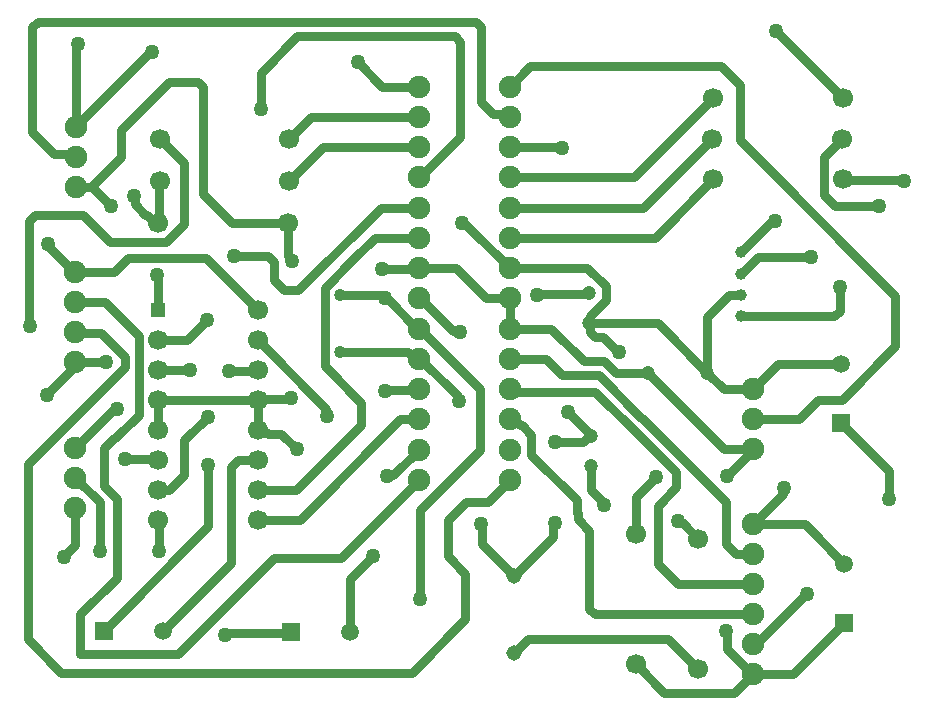
<source format=gbl>
G04*
G04 #@! TF.GenerationSoftware,Altium Limited,Altium Designer,21.1.1 (26)*
G04*
G04 Layer_Physical_Order=2*
G04 Layer_Color=16711680*
%FSLAX42Y42*%
%MOMM*%
G71*
G04*
G04 #@! TF.SameCoordinates,0D4DF387-93E8-4759-912B-AE2A25D3863C*
G04*
G04*
G04 #@! TF.FilePolarity,Positive*
G04*
G01*
G75*
%ADD25C,0.80*%
%ADD26C,1.03*%
%ADD27C,1.70*%
%ADD28C,1.90*%
%ADD29C,1.20*%
%ADD30C,1.52*%
%ADD31R,1.52X1.52*%
%ADD32R,1.52X1.52*%
%ADD34C,1.31*%
%ADD35C,1.00*%
%ADD36C,1.27*%
%ADD37R,1.25X1.25*%
D25*
X5637Y1693D02*
X5777Y1553D01*
X5601Y1702D02*
X5610Y1693D01*
X5777Y1553D02*
X5778D01*
X5610Y1693D02*
X5637D01*
X5432Y1832D02*
X5589Y1989D01*
Y2115D01*
X5250Y2455D02*
X5589Y2115D01*
X5432Y1337D02*
Y1832D01*
Y1337D02*
X5601Y1168D01*
X497Y3050D02*
X756D01*
X495Y3048D02*
X497Y3050D01*
X840Y2404D02*
X1041Y2605D01*
X101Y2191D02*
X921Y3011D01*
X754Y3556D02*
X1041Y3270D01*
X921Y3011D02*
Y3092D01*
X1041Y2605D02*
Y3270D01*
X720Y3293D02*
X921Y3092D01*
X756Y3050D02*
X758Y3052D01*
X4178Y3845D02*
X4836D01*
X3781Y4220D02*
X3804D01*
X3772Y4229D02*
X3781Y4220D01*
X3804D02*
X4178Y3845D01*
X5093Y3137D02*
X5105D01*
X5295Y2575D02*
X5299D01*
X4933Y2937D02*
X5295Y2575D01*
X4906Y2794D02*
X5245Y2455D01*
X4290Y2794D02*
X4906D01*
X4982Y3057D02*
X5080Y2959D01*
X6010Y1509D02*
Y1864D01*
X4902Y3258D02*
X4971D01*
X5080Y2959D02*
X5351D01*
X4971Y3258D02*
X5093Y3137D01*
X4625Y2937D02*
X4933D01*
X4805Y3057D02*
X4982D01*
X4859Y3301D02*
X4902Y3258D01*
X5245Y2455D02*
X5250D01*
X5299Y2575D02*
X6010Y1864D01*
X4203Y2797D02*
X4288D01*
X4528Y3333D02*
X4805Y3057D01*
X4178Y2821D02*
X4203Y2797D01*
X4288D02*
X4290Y2794D01*
X4484Y3077D02*
X4625Y2937D01*
X3409Y2309D02*
X3414D01*
X3137Y2083D02*
X3146Y2092D01*
X3191D01*
X3409Y2309D01*
X2628Y2604D02*
Y2656D01*
Y2604D02*
X2637Y2595D01*
X2046Y3238D02*
X2628Y2656D01*
X2046Y2476D02*
X2063Y2459D01*
X2119D01*
X2137Y2440D01*
X2246D01*
X2375Y2311D01*
X2046Y2476D02*
Y2731D01*
X2303Y3952D02*
X2337Y3918D01*
X2303Y3952D02*
Y4229D01*
X2337Y3905D02*
Y3918D01*
X2265Y3659D02*
X2391D01*
X2181Y3743D02*
X2265Y3659D01*
X2181Y3743D02*
Y3899D01*
X1845Y3946D02*
X2134D01*
X2181Y3899D01*
X2391Y3659D02*
X3090Y4357D01*
X4674Y2623D02*
Y2629D01*
X4860Y2432D02*
X4864D01*
X4674Y2623D02*
X4864Y2432D01*
X1610Y3928D02*
X2046Y3492D01*
X951Y3928D02*
X1610D01*
X1194Y3785D02*
X1200Y3779D01*
X489Y3810D02*
X833D01*
X951Y3928D01*
X1200Y3498D02*
Y3779D01*
Y3498D02*
X1206Y3492D01*
X406Y1410D02*
X495Y1499D01*
X406Y1397D02*
Y1410D01*
X495Y1499D02*
Y1816D01*
X3322Y3134D02*
X3379Y3077D01*
X2743Y3134D02*
X3322D01*
X3379Y3077D02*
X3414D01*
X1206Y3238D02*
X1448D01*
X1613Y3404D01*
X1206Y2984D02*
X1473D01*
X2070Y5194D02*
Y5499D01*
X2382Y5811D01*
X3716D01*
X6016Y618D02*
X6228Y406D01*
X6016Y618D02*
Y762D01*
X6007Y771D02*
X6016Y762D01*
X1209Y1458D02*
X1212Y1454D01*
X1209Y1458D02*
Y1711D01*
X1206Y1715D02*
X1209Y1711D01*
X1797Y756D02*
X2292D01*
X1778Y737D02*
X1797Y756D01*
X1765Y737D02*
X1778D01*
X6135Y3978D02*
X6390Y4233D01*
X6417D01*
X6426Y4242D01*
X3420Y3589D02*
X3698Y3311D01*
X3750D01*
X3759Y3302D01*
X3414Y3589D02*
X3420D01*
X3398Y3333D02*
X3420D01*
X3111Y3594D02*
X3137D01*
X2743Y3622D02*
X3083D01*
X3137Y3594D02*
X3398Y3333D01*
X3083Y3622D02*
X3111Y3594D01*
X260Y2769D02*
Y2781D01*
X495Y3017D02*
Y3048D01*
X260Y2781D02*
X495Y3017D01*
X489Y3810D02*
Y3810D01*
X276Y4023D02*
X489Y3810D01*
X267Y4051D02*
X276Y4042D01*
Y4023D02*
Y4042D01*
X111Y4246D02*
X157Y4293D01*
X111Y3358D02*
Y4246D01*
X157Y4293D02*
X563D01*
X792Y4064D01*
X136Y4995D02*
Y5884D01*
X183Y5931D02*
X3891D01*
X136Y5884D02*
X183Y5931D01*
X3891D02*
X3938Y5884D01*
Y5251D02*
Y5884D01*
X3716Y5811D02*
X3763Y5764D01*
Y4956D02*
Y5764D01*
X635Y4534D02*
X889Y4788D01*
Y5019D02*
X1293Y5423D01*
X889Y4788D02*
Y5019D01*
X1585Y4473D02*
Y5376D01*
X1293Y5423D02*
X1538D01*
X1585Y5376D01*
X508Y5042D02*
Y5721D01*
X521Y5734D01*
Y5747D01*
X508Y5048D02*
X1122Y5663D01*
X1145D01*
X1154Y5672D01*
X508Y5042D02*
Y5048D01*
X4042Y5147D02*
X4156D01*
X4178Y5125D01*
X3938Y5251D02*
X4042Y5147D01*
X3420Y4613D02*
X3763Y4956D01*
X2896Y5588D02*
X3102Y5381D01*
X3414D01*
X5245Y1905D02*
X5421Y2081D01*
X5245Y1591D02*
Y1905D01*
X5601Y1168D02*
X6236D01*
X4413Y3626D02*
X4845D01*
X4851Y3632D01*
X4407Y3619D02*
X4413Y3626D01*
X4563Y2375D02*
X4802D01*
X4550Y1573D02*
Y1680D01*
X4559Y1689D01*
X4216Y1239D02*
X4550Y1573D01*
X4802Y2375D02*
X4860Y2432D01*
X4864Y1969D02*
Y2172D01*
Y1969D02*
X4978Y1854D01*
Y1842D02*
Y1854D01*
X4754Y1724D02*
X4855Y1622D01*
X4754Y1724D02*
Y1770D01*
X4750Y1773D02*
Y1879D01*
X4363Y2266D02*
X4750Y1879D01*
X4855Y961D02*
Y1622D01*
X4750Y1773D02*
X4754Y1770D01*
X4363Y2266D02*
Y2433D01*
X4859Y3301D02*
Y3371D01*
X4851Y3378D02*
X4859Y3371D01*
X6096Y1422D02*
X6236D01*
X6010Y1509D02*
X6096Y1422D01*
X6139Y3798D02*
X6278Y3937D01*
X6731D01*
X6934Y4369D02*
X7303D01*
X6837Y4466D02*
X6934Y4369D01*
X7002Y4597D02*
X7008Y4591D01*
X7512D01*
X7518Y4585D01*
X6837Y4466D02*
Y4784D01*
X6993Y4940D01*
X6129Y4928D02*
Y5397D01*
X7446Y3184D02*
Y3611D01*
X6129Y4928D02*
X7446Y3611D01*
X6435Y5849D02*
X7002Y5283D01*
X6135Y3438D02*
X6925D01*
X6972Y3485D02*
Y3683D01*
X6925Y3438D02*
X6972Y3485D01*
X6990Y2728D02*
X7446Y3184D01*
X7391Y1892D02*
Y2125D01*
X6985Y2531D02*
X7391Y2125D01*
X6242Y1676D02*
Y1676D01*
X6497Y1931D02*
Y1976D01*
X6506Y1985D01*
X6242Y1676D02*
X6497Y1931D01*
X6688Y1083D02*
X6700D01*
X6236Y660D02*
X6265D01*
X6688Y1083D01*
X3946Y1510D02*
X4216Y1239D01*
X3937Y1676D02*
X3946Y1667D01*
Y1510D02*
Y1667D01*
X3654Y1406D02*
Y1710D01*
X3813Y1869D01*
X3994D01*
X3803Y871D02*
Y1257D01*
X3351Y418D02*
X3803Y871D01*
X3654Y1406D02*
X3803Y1257D01*
X3416Y1041D02*
Y1794D01*
X3928Y2306D01*
X2828Y1215D02*
X3023Y1410D01*
X2828Y762D02*
Y1215D01*
X2298Y762D02*
X2328D01*
X2292Y756D02*
X2298Y762D01*
X924Y2226D02*
X1202D01*
X1206Y2223D01*
X921Y2229D02*
X924Y2226D01*
X544Y913D02*
X855Y1223D01*
Y1888D01*
X745Y1997D02*
Y2320D01*
Y1997D02*
X855Y1888D01*
X830Y2404D02*
X840D01*
X745Y2320D02*
X830Y2404D01*
X101Y702D02*
X384Y418D01*
X101Y702D02*
Y2191D01*
X544Y578D02*
Y913D01*
X711Y1448D02*
Y1862D01*
X503Y2070D02*
X711Y1862D01*
X495Y2070D02*
X503D01*
X842Y2645D02*
X851Y2654D01*
X495Y2324D02*
X817Y2645D01*
X842D01*
X111Y3358D02*
X116Y3353D01*
X1271Y4064D02*
X1422Y4216D01*
Y4733D01*
X792Y4064D02*
X1271D01*
X505Y3293D02*
X720D01*
X495Y3302D02*
X505Y3293D01*
X136Y4995D02*
X318Y4813D01*
X483D01*
X1178Y4229D02*
X1203D01*
X1095Y4298D02*
X1109D01*
X996Y4452D02*
X1005Y4443D01*
Y4388D02*
Y4443D01*
X1109Y4298D02*
X1178Y4229D01*
X1005Y4388D02*
X1095Y4298D01*
X641Y4528D02*
X800Y4369D01*
X1203Y4229D02*
X1209Y4235D01*
X483Y4813D02*
X508Y4788D01*
X2052Y2737D02*
X2318D01*
X2324Y2743D01*
X2046Y2731D02*
X2052Y2737D01*
X1372Y578D02*
X2182Y1389D01*
X544Y578D02*
X1372D01*
X1241Y775D02*
X1816Y1350D01*
Y2159D01*
X2182Y1389D02*
X2750D01*
X741Y775D02*
X1626Y1660D01*
Y2178D01*
X1206Y2476D02*
Y2731D01*
X2046D01*
X495Y3556D02*
X754D01*
X1810Y2978D02*
X2039D01*
X1803Y2972D02*
X1810Y2978D01*
X2039D02*
X2046Y2984D01*
X1209Y4235D02*
Y4578D01*
X1215Y4585D01*
X2612Y3014D02*
X2918Y2707D01*
Y2520D02*
Y2707D01*
X3036Y4101D02*
X3414D01*
X2854Y3919D02*
X2854D01*
X3036Y4101D01*
X2612Y3014D02*
Y3677D01*
X2854Y3919D01*
X4178Y3333D02*
Y3589D01*
X3724Y3845D02*
X3980Y3589D01*
X4178D01*
X3414Y3845D02*
X3724D01*
X4181Y4867D02*
X4620D01*
X4623Y4864D01*
X4178Y4869D02*
X4181Y4867D01*
X4178Y4613D02*
X5232D01*
X5902Y5283D01*
X3414Y4613D02*
X3420D01*
X3099Y3835D02*
X3104Y3840D01*
X3409D02*
X3414Y3845D01*
X3104Y3840D02*
X3409D01*
X3124Y2807D02*
X3132Y2814D01*
X3407D02*
X3414Y2821D01*
X3132Y2814D02*
X3407D01*
X3407Y3090D02*
X3738Y2760D01*
X4178Y2565D02*
X4213D01*
X4266Y2513D01*
X4284D01*
X4363Y2433D01*
X4178Y3333D02*
X4528D01*
X3738Y2727D02*
X3747Y2718D01*
X3738Y2727D02*
Y2760D01*
X3420Y3333D02*
X3928Y2825D01*
Y2306D02*
Y2825D01*
X4859Y3386D02*
Y3442D01*
X4991Y3574D02*
Y3690D01*
X4851Y3378D02*
X4859Y3386D01*
Y3442D02*
X4991Y3574D01*
X4836Y3845D02*
X4991Y3690D01*
X6228Y406D02*
X6236D01*
X6020Y2083D02*
Y2089D01*
X6236Y2305D01*
Y2311D01*
X6135Y3798D02*
X6139D01*
X6242Y1676D02*
X6676D01*
X6236D02*
X6242D01*
X4902Y914D02*
X6236D01*
X4855Y961D02*
X4902Y914D01*
X3994Y1869D02*
X4178Y2053D01*
X384Y418D02*
X3351D01*
X2600Y4869D02*
X3414D01*
X2315Y4585D02*
X2600Y4869D01*
X5851Y2959D02*
Y3430D01*
X6039Y3618D01*
X6135D01*
X5351Y2959D02*
X5998Y2311D01*
X6236D01*
Y406D02*
X6575D01*
X7010Y842D01*
X6076Y246D02*
X6236Y406D01*
X5490Y246D02*
X6076D01*
X5245Y491D02*
X5490Y246D01*
X4178Y5381D02*
X4354Y5558D01*
X5969D01*
X6129Y5397D01*
X6789Y2728D02*
X6990D01*
X6627Y2565D02*
X6789Y2728D01*
X6236Y2565D02*
X6627D01*
X2046Y1715D02*
X2403D01*
X3254Y2565D01*
X3414D01*
X4178Y4357D02*
X5310D01*
X5893Y4940D01*
X508Y4534D02*
X635D01*
X1585Y4473D02*
X1829Y4229D01*
X2303D01*
X4851Y3378D02*
X5432D01*
X5851Y2959D01*
X5990Y2819D01*
X6236D01*
X6448Y3031D01*
X6985D01*
X6676Y1676D02*
X7010Y1342D01*
X1206Y1968D02*
X1298D01*
X1425Y2095D01*
Y2388D01*
X1623Y2586D01*
X3090Y4357D02*
X3414D01*
X2046Y1968D02*
X2367D01*
X2918Y2520D01*
X4216Y589D02*
X4336Y709D01*
X5523D01*
X5778Y453D01*
X1816Y2159D02*
X1880Y2223D01*
X2046D01*
X2315Y4940D02*
X2500Y5125D01*
X3414D01*
X4178Y4101D02*
X5406D01*
X5902Y4597D01*
X1215Y4940D02*
X1422Y4733D01*
X4178Y3077D02*
X4484D01*
X2750Y1389D02*
X3414Y2053D01*
D26*
X2743Y3622D02*
D03*
Y3134D02*
D03*
D27*
X1203Y4229D02*
D03*
X2303D02*
D03*
X1215Y4585D02*
D03*
X2315D02*
D03*
X1215Y4940D02*
D03*
X2315D02*
D03*
X7002Y4597D02*
D03*
X5902D02*
D03*
X7002Y5283D02*
D03*
X5902D02*
D03*
X6993Y4940D02*
D03*
X5893D02*
D03*
X1206Y3238D02*
D03*
Y2984D02*
D03*
Y2731D02*
D03*
Y2476D02*
D03*
Y2223D02*
D03*
Y1968D02*
D03*
Y1715D02*
D03*
X2046Y3492D02*
D03*
Y2731D02*
D03*
Y2476D02*
D03*
Y2223D02*
D03*
Y1968D02*
D03*
Y1715D02*
D03*
Y3238D02*
D03*
Y2984D02*
D03*
X5245Y1591D02*
D03*
Y491D02*
D03*
X5778Y1553D02*
D03*
Y453D02*
D03*
D28*
X508Y4788D02*
D03*
Y4534D02*
D03*
Y5042D02*
D03*
X495Y2070D02*
D03*
Y2324D02*
D03*
Y1816D02*
D03*
X3414Y5381D02*
D03*
Y5125D02*
D03*
Y4869D02*
D03*
Y4613D02*
D03*
Y4357D02*
D03*
Y4101D02*
D03*
Y3845D02*
D03*
Y3589D02*
D03*
Y3333D02*
D03*
Y3077D02*
D03*
Y2821D02*
D03*
Y2565D02*
D03*
Y2309D02*
D03*
Y2053D02*
D03*
X4178Y5381D02*
D03*
Y5125D02*
D03*
Y4869D02*
D03*
Y4613D02*
D03*
Y4357D02*
D03*
Y4101D02*
D03*
Y3845D02*
D03*
Y3589D02*
D03*
Y3333D02*
D03*
Y3077D02*
D03*
Y2821D02*
D03*
Y2565D02*
D03*
Y2309D02*
D03*
Y2053D02*
D03*
X6236Y2565D02*
D03*
Y2819D02*
D03*
Y2311D02*
D03*
Y1676D02*
D03*
Y1168D02*
D03*
Y660D02*
D03*
Y1422D02*
D03*
Y914D02*
D03*
Y406D02*
D03*
X495Y3810D02*
D03*
Y3302D02*
D03*
Y3556D02*
D03*
Y3048D02*
D03*
D29*
X4864Y2172D02*
D03*
Y2426D02*
D03*
X4851Y3632D02*
D03*
Y3378D02*
D03*
X5351Y2959D02*
D03*
X5851D02*
D03*
D30*
X6985Y3031D02*
D03*
X2828Y762D02*
D03*
X1241Y775D02*
D03*
X7010Y1342D02*
D03*
D31*
X6985Y2531D02*
D03*
X7010Y842D02*
D03*
D32*
X2328Y762D02*
D03*
X741Y775D02*
D03*
D34*
X4216Y1239D02*
D03*
Y589D02*
D03*
D35*
X6135Y3438D02*
D03*
Y3618D02*
D03*
Y3798D02*
D03*
Y3978D02*
D03*
D36*
X5601Y1702D02*
D03*
X758Y3052D02*
D03*
X5105Y3137D02*
D03*
X3137Y2083D02*
D03*
X2637Y2595D02*
D03*
X2375Y2311D02*
D03*
X2337Y3905D02*
D03*
X4674Y2629D02*
D03*
X1194Y3785D02*
D03*
X406Y1397D02*
D03*
X1613Y3404D02*
D03*
X1473Y2984D02*
D03*
X2070Y5194D02*
D03*
X6007Y771D02*
D03*
X1212Y1454D02*
D03*
X1765Y737D02*
D03*
X6426Y4242D02*
D03*
X3759Y3302D02*
D03*
X3772Y4229D02*
D03*
X3124Y3594D02*
D03*
X1845Y3946D02*
D03*
X260Y2769D02*
D03*
X267Y4051D02*
D03*
X521Y5747D02*
D03*
X1154Y5672D02*
D03*
X2896Y5588D02*
D03*
X5421Y2081D02*
D03*
X4407Y3619D02*
D03*
X4563Y2375D02*
D03*
X4559Y1689D02*
D03*
X4978Y1842D02*
D03*
X6731Y3937D02*
D03*
X7303Y4369D02*
D03*
X7518Y4585D02*
D03*
X6435Y5849D02*
D03*
X6972Y3683D02*
D03*
X7391Y1892D02*
D03*
X6506Y1985D02*
D03*
X6700Y1083D02*
D03*
X3937Y1676D02*
D03*
X3416Y1041D02*
D03*
X3023Y1410D02*
D03*
X921Y2229D02*
D03*
X711Y1448D02*
D03*
X851Y2654D02*
D03*
X116Y3353D02*
D03*
X996Y4452D02*
D03*
X800Y4369D02*
D03*
X2324Y2743D02*
D03*
X1803Y2972D02*
D03*
X4623Y4864D02*
D03*
X3099Y3835D02*
D03*
X3124Y2807D02*
D03*
X3747Y2718D02*
D03*
X6020Y2083D02*
D03*
X1623Y2586D02*
D03*
X1626Y2178D02*
D03*
D37*
X1206Y3492D02*
D03*
M02*

</source>
